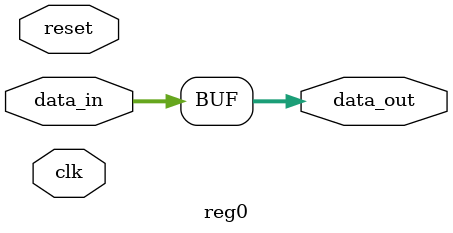
<source format=v>
`timescale 1ns / 1ps


module reg0 (
    input wire clk,
    input wire reset,
    input wire [7:0] data_in,
    output wire [7:0] data_out
);
    assign data_out = data_in; // No delay
endmodule

</source>
